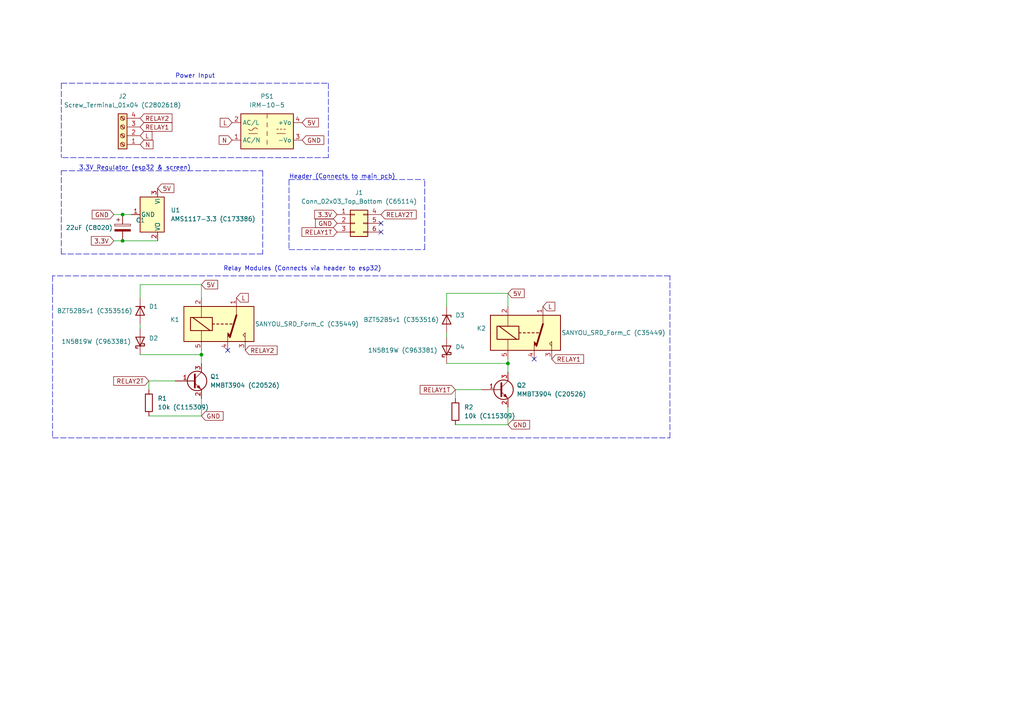
<source format=kicad_sch>
(kicad_sch (version 20211123) (generator eeschema)
  (paper "A4")
  (lib_symbols
    (symbol "Connector:Screw_Terminal_01x04" (pin_names (offset 1.016) hide)
      (property "Reference" "J" (at 0 5.08 0))
      (property "Value" "Screw_Terminal_01x04" (at 0 -7.62 0))
      (symbol "Screw_Terminal_01x04_1_1"
        (rectangle (start -1.27 3.81) (end 1.27 -6.35) (stroke (width 0.254)) (fill (type background)))
        (circle (center 0 -5.08) (radius 0.635) (stroke (width 0.1524)))
        (circle (center 0 -2.54) (radius 0.635) (stroke (width 0.1524)))
        (polyline (pts (xy -0.5334 -4.7498) (xy 0.3302 -5.588)) (stroke (width 0.1524)))
        (polyline (pts (xy -0.5334 -2.2098) (xy 0.3302 -3.048)) (stroke (width 0.1524)))
        (polyline (pts (xy -0.5334 0.3302) (xy 0.3302 -0.508)) (stroke (width 0.1524)))
        (polyline (pts (xy -0.5334 2.8702) (xy 0.3302 2.032)) (stroke (width 0.1524)))
        (polyline (pts (xy -0.3556 -4.572) (xy 0.508 -5.4102)) (stroke (width 0.1524)))
        (polyline (pts (xy -0.3556 -2.032) (xy 0.508 -2.8702)) (stroke (width 0.1524)))
        (polyline (pts (xy -0.3556 0.508) (xy 0.508 -0.3302)) (stroke (width 0.1524)))
        (polyline (pts (xy -0.3556 3.048) (xy 0.508 2.2098)) (stroke (width 0.1524)))
        (circle (center 0 0) (radius 0.635) (stroke (width 0.1524)))
        (circle (center 0 2.54) (radius 0.635) (stroke (width 0.1524)))
        (pin passive line (at -5.08 2.54 0) (length 3.81) (name "Pin_1") (number "1"))
        (pin passive line (at -5.08 0 0) (length 3.81) (name "Pin_2") (number "2"))
        (pin passive line (at -5.08 -2.54 0) (length 3.81) (name "Pin_3") (number "3"))
        (pin passive line (at -5.08 -5.08 0) (length 3.81) (name "Pin_4") (number "4"))
      )
    )
    (symbol "Connector_Generic:Conn_02x03_Top_Bottom" (pin_names (offset 1.016) hide)
      (property "Reference" "J" (at 1.27 5.08 0))
      (property "Value" "Conn_02x03_Top_Bottom" (at 1.27 -5.08 0))
      (symbol "Conn_02x03_Top_Bottom_1_1"
        (rectangle (start -1.27 -2.413) (end 0 -2.667) (stroke (width 0.1524)))
        (rectangle (start -1.27 0.127) (end 0 -0.127) (stroke (width 0.1524)))
        (rectangle (start -1.27 2.667) (end 0 2.413) (stroke (width 0.1524)))
        (rectangle (start -1.27 3.81) (end 3.81 -3.81) (stroke (width 0.254)) (fill (type background)))
        (rectangle (start 3.81 -2.413) (end 2.54 -2.667) (stroke (width 0.1524)))
        (rectangle (start 3.81 0.127) (end 2.54 -0.127) (stroke (width 0.1524)))
        (rectangle (start 3.81 2.667) (end 2.54 2.413) (stroke (width 0.1524)))
        (pin passive line (at -5.08 2.54 0) (length 3.81) (name "Pin_1") (number "1"))
        (pin passive line (at -5.08 0 0) (length 3.81) (name "Pin_2") (number "2"))
        (pin passive line (at -5.08 -2.54 0) (length 3.81) (name "Pin_3") (number "3"))
        (pin passive line (at 7.62 2.54 180) (length 3.81) (name "Pin_4") (number "4"))
        (pin passive line (at 7.62 0 180) (length 3.81) (name "Pin_5") (number "5"))
        (pin passive line (at 7.62 -2.54 180) (length 3.81) (name "Pin_6") (number "6"))
      )
    )
    (symbol "Converter_ACDC:IRM-10-5"
      (property "Reference" "PS" (at 0 6.35 0))
      (property "Value" "IRM-10-5" (at 0 -6.35 0))
      (symbol "IRM-10-5_0_1"
        (rectangle (start -7.62 5.08) (end 7.62 -5.08) (stroke (width 0.254)) (fill (type background)))
        (arc (start -5.334 0.635) (mid -4.699 0.2495) (end -4.064 0.635))
        (arc (start -2.794 0.635) (mid -3.429 1.0072) (end -4.064 0.635))
        (polyline (pts (xy -5.334 -0.635) (xy -2.794 -0.635)))
        (polyline (pts (xy 0 -2.54) (xy 0 -3.81)))
        (polyline (pts (xy 0 0) (xy 0 -1.27)))
        (polyline (pts (xy 0 2.54) (xy 0 1.27)))
        (polyline (pts (xy 0 5.08) (xy 0 3.81)))
        (polyline (pts (xy 2.794 -0.635) (xy 5.334 -0.635)))
        (polyline (pts (xy 2.794 0.635) (xy 3.302 0.635)))
        (polyline (pts (xy 3.81 0.635) (xy 4.318 0.635)))
        (polyline (pts (xy 4.826 0.635) (xy 5.334 0.635)))
      )
      (symbol "IRM-10-5_1_1"
        (pin power_in line (at -10.16 -2.54 0) (length 2.54) (name "AC/N") (number "1"))
        (pin power_in line (at -10.16 2.54 0) (length 2.54) (name "AC/L") (number "2"))
        (pin power_out line (at 10.16 -2.54 180) (length 2.54) (name "-Vo") (number "3"))
        (pin power_out line (at 10.16 2.54 180) (length 2.54) (name "+Vo") (number "4"))
      )
    )
    (symbol "Device:C_Polarized" (pin_numbers hide) (pin_names (offset 0.254))
      (property "Reference" "C" (at 0.635 2.54 0))
      (property "Value" "C_Polarized" (at 0.635 -2.54 0))
      (symbol "C_Polarized_0_1"
        (rectangle (start -2.286 0.508) (end 2.286 1.016))
        (polyline (pts (xy -1.778 2.286) (xy -0.762 2.286)))
        (polyline (pts (xy -1.27 2.794) (xy -1.27 1.778)))
        (rectangle (start 2.286 -0.508) (end -2.286 -1.016) (fill (type outline)))
      )
      (symbol "C_Polarized_1_1"
        (pin passive line (at 0 3.81 270) (length 2.794) (name "~") (number "1"))
        (pin passive line (at 0 -3.81 90) (length 2.794) (name "~") (number "2"))
      )
    )
    (symbol "Device:R" (pin_numbers hide) (pin_names (offset 0))
      (property "Reference" "R" (at 2.032 0 90))
      (property "Value" "R" (at 0 0 90))
      (symbol "R_0_1"
        (rectangle (start -1.016 -2.54) (end 1.016 2.54) (stroke (width 0.254)))
      )
      (symbol "R_1_1"
        (pin passive line (at 0 3.81 270) (length 1.27) (name "~") (number "1"))
        (pin passive line (at 0 -3.81 90) (length 1.27) (name "~") (number "2"))
      )
    )
    (symbol "Diode:1N5819" (pin_numbers hide) (pin_names (offset 1.016) hide)
      (property "Reference" "D" (at 0 2.54 0))
      (property "Value" "1N5819" (at 0 -2.54 0))
      (symbol "1N5819_0_1"
        (polyline (pts (xy 1.27 0) (xy -1.27 0)))
        (polyline (pts (xy 1.27 1.27) (xy 1.27 -1.27) (xy -1.27 0) (xy 1.27 1.27)) (stroke (width 0.254)))
        (polyline (pts (xy -1.905 0.635) (xy -1.905 1.27) (xy -1.27 1.27) (xy -1.27 -1.27) (xy -0.635 -1.27) (xy -0.635 -0.635)) (stroke (width 0.254)))
      )
      (symbol "1N5819_1_1"
        (pin passive line (at -3.81 0 0) (length 2.54) (name "K") (number "1"))
        (pin passive line (at 3.81 0 180) (length 2.54) (name "A") (number "2"))
      )
    )
    (symbol "Diode:BZT52Bxx" (pin_numbers hide) (pin_names hide)
      (property "Reference" "D" (at 0 2.54 0))
      (property "Value" "BZT52Bxx" (at 0 -2.54 0))
      (symbol "BZT52Bxx_0_1"
        (polyline (pts (xy 1.27 0) (xy -1.27 0)))
        (polyline (pts (xy -1.27 -1.27) (xy -1.27 1.27) (xy -0.762 1.27)) (stroke (width 0.254)))
        (polyline (pts (xy 1.27 -1.27) (xy 1.27 1.27) (xy -1.27 0) (xy 1.27 -1.27)) (stroke (width 0.254)))
      )
      (symbol "BZT52Bxx_1_1"
        (pin passive line (at -3.81 0 0) (length 2.54) (name "K") (number "1"))
        (pin passive line (at 3.81 0 180) (length 2.54) (name "A") (number "2"))
      )
    )
    (symbol "Regulator_Linear:AMS1117-3.3" (pin_names (offset 0.254))
      (property "Reference" "U" (at -3.81 3.175 0))
      (property "Value" "AMS1117-3.3" (at 0 3.175 0))
      (symbol "AMS1117-3.3_0_1"
        (rectangle (start -5.08 -5.08) (end 5.08 1.905) (stroke (width 0.254)) (fill (type background)))
      )
      (symbol "AMS1117-3.3_1_1"
        (pin power_in line (at 0 -7.62 90) (length 2.54) (name "GND") (number "1"))
        (pin power_out line (at 7.62 0 180) (length 2.54) (name "VO") (number "2"))
        (pin power_in line (at -7.62 0 0) (length 2.54) (name "VI") (number "3"))
      )
    )
    (symbol "Relay:SANYOU_SRD_Form_C"
      (property "Reference" "K" (at 11.43 3.81 0))
      (property "Value" "SANYOU_SRD_Form_C" (at 11.43 1.27 0))
      (symbol "SANYOU_SRD_Form_C_0_0"
        (polyline (pts (xy 7.62 5.08) (xy 7.62 2.54) (xy 6.985 3.175) (xy 7.62 3.81)))
      )
      (symbol "SANYOU_SRD_Form_C_0_1"
        (rectangle (start -10.16 5.08) (end 10.16 -5.08) (stroke (width 0.254)) (fill (type background)))
        (rectangle (start -8.255 1.905) (end -1.905 -1.905) (stroke (width 0.254)))
        (polyline (pts (xy -7.62 -1.905) (xy -2.54 1.905)) (stroke (width 0.254)))
        (polyline (pts (xy -5.08 -5.08) (xy -5.08 -1.905)))
        (polyline (pts (xy -5.08 5.08) (xy -5.08 1.905)))
        (polyline (pts (xy -1.905 0) (xy -1.27 0)) (stroke (width 0.254)))
        (polyline (pts (xy -0.635 0) (xy 0 0)) (stroke (width 0.254)))
        (polyline (pts (xy 0.635 0) (xy 1.27 0)) (stroke (width 0.254)))
        (polyline (pts (xy 1.905 0) (xy 2.54 0)) (stroke (width 0.254)))
        (polyline (pts (xy 3.175 0) (xy 3.81 0)) (stroke (width 0.254)))
        (polyline (pts (xy 5.08 -2.54) (xy 3.175 3.81)) (stroke (width 0.508)))
        (polyline (pts (xy 5.08 -2.54) (xy 5.08 -5.08)))
      )
      (symbol "SANYOU_SRD_Form_C_1_1"
        (polyline (pts (xy 2.54 3.81) (xy 3.175 3.175) (xy 2.54 2.54) (xy 2.54 5.08)) (fill (type outline)))
        (pin passive line (at 5.08 -7.62 90) (length 2.54) (name "~") (number "1"))
        (pin passive line (at -5.08 -7.62 90) (length 2.54) (name "~") (number "2"))
        (pin passive line (at 7.62 7.62 270) (length 2.54) (name "~") (number "3"))
        (pin passive line (at 2.54 7.62 270) (length 2.54) (name "~") (number "4"))
        (pin passive line (at -5.08 7.62 270) (length 2.54) (name "~") (number "5"))
      )
    )
    (symbol "Transistor_BJT:MMBT3904" (pin_names (offset 0) hide)
      (property "Reference" "Q" (at 5.08 1.905 0))
      (property "Value" "MMBT3904" (at 5.08 0 0))
      (symbol "MMBT3904_0_1"
        (polyline (pts (xy 0.635 0.635) (xy 2.54 2.54)))
        (polyline (pts (xy 0.635 -0.635) (xy 2.54 -2.54) (xy 2.54 -2.54)))
        (polyline (pts (xy 0.635 1.905) (xy 0.635 -1.905) (xy 0.635 -1.905)) (stroke (width 0.508)))
        (polyline (pts (xy 1.27 -1.778) (xy 1.778 -1.27) (xy 2.286 -2.286) (xy 1.27 -1.778) (xy 1.27 -1.778)) (fill (type outline)))
        (circle (center 1.27 0) (radius 2.8194) (stroke (width 0.254)))
      )
      (symbol "MMBT3904_1_1"
        (pin input line (at -5.08 0 0) (length 5.715) (name "B") (number "1"))
        (pin passive line (at 2.54 -5.08 90) (length 2.54) (name "E") (number "2"))
        (pin passive line (at 2.54 5.08 270) (length 2.54) (name "C") (number "3"))
      )
    )
  )
  (junction (at 35.56 69.85))
  (junction (at 147.32 105.41))
  (junction (at 58.42 102.87))
  (junction (at 35.56 62.23))
  (no_connect (at 110.49 67.31))
  (no_connect (at 154.94 104.14))
  (no_connect (at 66.04 101.6))
  (no_connect (at 110.49 64.77))
  (wire (pts (xy 40.64 86.36) (xy 40.64 82.55)))
  (polyline (pts (xy 83.82 72.39) (xy 123.19 72.39)))
  (wire (pts (xy 35.56 69.85) (xy 45.72 69.85)))
  (polyline (pts (xy 17.78 49.53) (xy 76.2 49.53)))
  (wire (pts (xy 147.32 105.41) (xy 147.32 104.14)))
  (wire (pts (xy 132.08 113.03) (xy 132.08 115.57)))
  (polyline (pts (xy 83.82 52.07) (xy 123.19 52.07)))
  (wire (pts (xy 58.42 102.87) (xy 58.42 101.6)))
  (wire (pts (xy 129.54 88.9) (xy 129.54 85.09)))
  (wire (pts (xy 147.32 118.11) (xy 147.32 123.19)))
  (wire (pts (xy 33.02 62.23) (xy 35.56 62.23)))
  (polyline (pts (xy 17.78 24.13) (xy 17.78 45.72)))
  (polyline (pts (xy 76.2 49.53) (xy 76.2 73.66)))
  (polyline (pts (xy 123.19 72.39) (xy 123.19 52.07)))
  (wire (pts (xy 58.42 82.55) (xy 58.42 86.36)))
  (wire (pts (xy 58.42 105.41) (xy 58.42 102.87)))
  (wire (pts (xy 139.7 113.03) (xy 132.08 113.03)))
  (wire (pts (xy 40.64 82.55) (xy 58.42 82.55)))
  (polyline (pts (xy 15.24 80.01) (xy 15.24 83.82)))
  (polyline (pts (xy 15.24 127) (xy 194.31 127)))
  (wire (pts (xy 147.32 107.95) (xy 147.32 105.41)))
  (polyline (pts (xy 17.78 24.13) (xy 95.25 24.13)))
  (wire (pts (xy 40.64 102.87) (xy 58.42 102.87)))
  (wire (pts (xy 129.54 105.41) (xy 147.32 105.41)))
  (wire (pts (xy 43.18 120.65) (xy 58.42 120.65)))
  (wire (pts (xy 129.54 85.09) (xy 147.32 85.09)))
  (polyline (pts (xy 17.78 73.66) (xy 17.78 49.53)))
  (wire (pts (xy 132.08 123.19) (xy 147.32 123.19)))
  (wire (pts (xy 33.02 69.85) (xy 35.56 69.85)))
  (polyline (pts (xy 95.25 45.72) (xy 17.78 45.72)))
  (polyline (pts (xy 76.2 73.66) (xy 17.78 73.66)))
  (polyline (pts (xy 194.31 127) (xy 194.31 80.01)))
  (wire (pts (xy 50.8 110.49) (xy 43.18 110.49)))
  (polyline (pts (xy 15.24 83.82) (xy 15.24 127)))
  (polyline (pts (xy 95.25 24.13) (xy 95.25 45.72)))
  (wire (pts (xy 58.42 115.57) (xy 58.42 120.65)))
  (wire (pts (xy 35.56 62.23) (xy 38.1 62.23)))
  (wire (pts (xy 40.64 93.98) (xy 40.64 95.25)))
  (polyline (pts (xy 83.82 52.07) (xy 83.82 72.39)))
  (wire (pts (xy 147.32 85.09) (xy 147.32 88.9)))
  (wire (pts (xy 43.18 110.49) (xy 43.18 113.03)))
  (polyline (pts (xy 194.31 80.01) (xy 15.24 80.01)))
  (wire (pts (xy 129.54 96.52) (xy 129.54 97.79)))
  (text "Power Input" (at 50.8 22.86 0) (effects (font (size 1.27 1.27)) (justify left bottom)))
  (text "Header (Connects to main pcb)" (at 83.82 52.07 0) (effects (font (size 1.27 1.27)) (justify left bottom)))
  (text "Relay Modules (Connects via header to esp32)" (at 64.77 78.74 0) (effects (font (size 1.27 1.27)) (justify left bottom)))
  (text "3.3V Regulator (esp32 & screen)" (at 22.86 49.53 0) (effects (font (size 1.27 1.27)) (justify left bottom)))
  (global_label "L" (shape input) (at 157.48 88.9 0) (property "Intersheet References" "${INTERSHEET_REFS}" (effects hide)))
  (global_label "3.3V" (shape input) (at 33.02 69.85 180) (property "Intersheet References" "${INTERSHEET_REFS}" (effects hide)))
  (global_label "L" (shape input) (at 67.31 35.56 180) (property "Intersheet References" "${INTERSHEET_REFS}" (effects hide)))
  (global_label "RELAY1T" (shape input) (at 97.79 67.31 180) (property "Intersheet References" "${INTERSHEET_REFS}" (effects hide)))
  (global_label "5V" (shape input) (at 87.63 35.56 0) (property "Intersheet References" "${INTERSHEET_REFS}" (effects hide)))
  (global_label "RELAY2" (shape input) (at 40.64 34.29 0) (property "Intersheet References" "${INTERSHEET_REFS}" (effects hide)))
  (global_label "GND" (shape input) (at 147.32 123.19 0) (property "Intersheet References" "${INTERSHEET_REFS}" (effects hide)))
  (global_label "5V" (shape input) (at 45.72 54.61 0) (property "Intersheet References" "${INTERSHEET_REFS}" (effects hide)))
  (global_label "3.3V" (shape input) (at 97.79 62.23 180) (property "Intersheet References" "${INTERSHEET_REFS}" (effects hide)))
  (global_label "RELAY1" (shape input) (at 160.02 104.14 0) (property "Intersheet References" "${INTERSHEET_REFS}" (effects hide)))
  (global_label "GND" (shape input) (at 97.79 64.77 180) (property "Intersheet References" "${INTERSHEET_REFS}" (effects hide)))
  (global_label "5V" (shape input) (at 58.42 82.55 0) (property "Intersheet References" "${INTERSHEET_REFS}" (effects hide)))
  (global_label "RELAY1T" (shape input) (at 132.08 113.03 180) (property "Intersheet References" "${INTERSHEET_REFS}" (effects hide)))
  (global_label "N" (shape input) (at 67.31 40.64 180) (property "Intersheet References" "${INTERSHEET_REFS}" (effects hide)))
  (global_label "RELAY2T" (shape input) (at 43.18 110.49 180) (property "Intersheet References" "${INTERSHEET_REFS}" (effects hide)))
  (global_label "GND" (shape input) (at 87.63 40.64 0) (property "Intersheet References" "${INTERSHEET_REFS}" (effects hide)))
  (global_label "L" (shape input) (at 68.58 86.36 0) (property "Intersheet References" "${INTERSHEET_REFS}" (effects hide)))
  (global_label "5V" (shape input) (at 147.32 85.09 0) (property "Intersheet References" "${INTERSHEET_REFS}" (effects hide)))
  (global_label "GND" (shape input) (at 33.02 62.23 180) (property "Intersheet References" "${INTERSHEET_REFS}" (effects hide)))
  (global_label "N" (shape input) (at 40.64 41.91 0) (property "Intersheet References" "${INTERSHEET_REFS}" (effects hide)))
  (global_label "RELAY2T" (shape input) (at 110.49 62.23 0) (property "Intersheet References" "${INTERSHEET_REFS}" (effects hide)))
  (global_label "RELAY2" (shape input) (at 71.12 101.6 0) (property "Intersheet References" "${INTERSHEET_REFS}" (effects hide)))
  (global_label "L" (shape input) (at 40.64 39.37 0) (property "Intersheet References" "${INTERSHEET_REFS}" (effects hide)))
  (global_label "GND" (shape input) (at 58.42 120.65 0) (property "Intersheet References" "${INTERSHEET_REFS}" (effects hide)))
  (global_label "RELAY1" (shape input) (at 40.64 36.83 0) (property "Intersheet References" "${INTERSHEET_REFS}" (effects hide)))
  (symbol (lib_id "Transistor_BJT:MMBT3904") (at 55.88 110.49 0) (unit 1)
    (property "Reference" "Q1" (at 60.96 109.2199 0) (effects (justify left)))
    (property "Value" "MMBT3904 (C20526)" (at 60.96 111.7599 0) (effects (justify left)))
    (property "Footprint" "Package_TO_SOT_SMD:SOT-23" (effects hide))
    (property "Datasheet" "https://www.onsemi.com/pub/Collateral/2N3903-D.PDF" (effects hide))
  )
  (symbol (lib_id "Regulator_Linear:AMS1117-3.3") (at 45.72 62.23 270) (unit 1)
    (property "Reference" "U1" (at 49.53 60.9599 90) (effects (justify left)))
    (property "Value" "AMS1117-3.3 (C173386)" (at 49.53 63.4999 90) (effects (justify left)))
    (property "Footprint" "Package_TO_SOT_SMD:SOT-223-3_TabPin2" (effects hide))
    (property "Datasheet" "http://www.advanced-monolithic.com/pdf/ds1117.pdf" (effects hide))
  )
  (symbol (lib_id "Device:R") (at 132.08 119.38 0) (unit 1)
    (property "Reference" "R2" (at 134.62 118.1099 0) (effects (justify left)))
    (property "Value" "10k (C115309)" (at 134.62 120.6499 0) (effects (justify left)))
    (property "Footprint" "Resistor_SMD:R_0805_2012Metric" (effects hide))
  )
  (symbol (lib_id "Connector:Screw_Terminal_01x04") (at 35.56 39.37 180) (unit 1)
    (property "Reference" "J2" (at 35.56 27.94 0))
    (property "Value" "Screw_Terminal_01x04 (C2802618)" (at 35.56 30.48 0))
    (property "Footprint" "TerminalBlock_Phoenix:TerminalBlock_Phoenix_MKDS-1,5-4_1x04_P5.00mm_Horizontal" (effects hide))
  )
  (symbol (lib_id "Converter_ACDC:IRM-10-5") (at 77.47 38.1 0) (unit 1)
    (property "Reference" "PS1" (at 77.47 27.94 0))
    (property "Value" "IRM-10-5" (at 77.47 30.48 0))
    (property "Footprint" "Converter_ACDC:Converter_ACDC_MeanWell_IRM-10-xx_THT" (effects hide))
    (property "Datasheet" "https://www.meanwell.com/Upload/PDF/IRM-10/IRM-10-SPEC.PDF" (effects hide))
  )
  (symbol (lib_id "Device:R") (at 43.18 116.84 0) (unit 1)
    (property "Reference" "R1" (at 45.72 115.5699 0) (effects (justify left)))
    (property "Value" "10k (C115309)" (at 45.72 118.1099 0) (effects (justify left)))
    (property "Footprint" "Resistor_SMD:R_0805_2012Metric" (effects hide))
  )
  (symbol (lib_id "Diode:1N5819") (at 40.64 99.06 90) (unit 1)
    (property "Reference" "D2" (at 43.18 98.1074 90) (effects (justify right)))
    (property "Value" "1N5819W (C963381)" (at 17.78 99.06 90) (effects (justify right)))
    (property "Footprint" "Diode_SMD:D_SOD-123" (effects hide))
    (property "Datasheet" "http://www.vishay.com/docs/88525/1n5817.pdf" (effects hide))
  )
  (symbol (lib_id "Relay:SANYOU_SRD_Form_C") (at 63.5 93.98 0) (mirror x) (unit 1)
    (property "Reference" "K1" (at 52.07 92.7099 0) (effects (justify right)))
    (property "Value" "SANYOU_SRD_Form_C (C35449)" (at 104.14 93.98 0) (effects (justify right)))
    (property "Footprint" "Relay_THT:Relay_SPDT_SANYOU_SRD_Series_Form_C" (effects hide))
    (property "Datasheet" "http://www.sanyourelay.ca/public/products/pdf/SRD.pdf" (effects hide))
  )
  (symbol (lib_id "Relay:SANYOU_SRD_Form_C") (at 152.4 96.52 0) (mirror x) (unit 1)
    (property "Reference" "K2" (at 140.97 95.2499 0) (effects (justify right)))
    (property "Value" "SANYOU_SRD_Form_C (C35449)" (at 193.04 96.52 0) (effects (justify right)))
    (property "Footprint" "Relay_THT:Relay_SPDT_SANYOU_SRD_Series_Form_C" (effects hide))
    (property "Datasheet" "http://www.sanyourelay.ca/public/products/pdf/SRD.pdf" (effects hide))
  )
  (symbol (lib_id "Diode:1N5819") (at 129.54 101.6 90) (unit 1)
    (property "Reference" "D4" (at 132.08 100.6474 90) (effects (justify right)))
    (property "Value" "1N5819W (C963381)" (at 106.68 101.6 90) (effects (justify right)))
    (property "Footprint" "Diode_SMD:D_SOD-123" (effects hide))
    (property "Datasheet" "http://www.vishay.com/docs/88525/1n5817.pdf" (effects hide))
  )
  (symbol (lib_id "Connector_Generic:Conn_02x03_Top_Bottom") (at 102.87 64.77 0) (unit 1)
    (property "Reference" "J1" (at 104.14 55.88 0))
    (property "Value" "Conn_02x03_Top_Bottom (C65114)" (at 104.14 58.42 0))
    (property "Footprint" "Connector_PinHeader_2.54mm:PinHeader_2x03_P2.54mm_Vertical" (effects hide))
  )
  (symbol (lib_id "Diode:BZT52Bxx") (at 40.64 90.17 270) (unit 1)
    (property "Reference" "D1" (at 43.18 88.8999 90) (effects (justify left)))
    (property "Value" "BZT52B5v1 (C353516)" (at 16.51 90.17 90) (effects (justify left)))
    (property "Footprint" "Diode_SMD:D_SOD-123" (effects hide))
    (property "Datasheet" "https://diotec.com/tl_files/diotec/files/pdf/datasheets/bzt52b2v4.pdf" (effects hide))
  )
  (symbol (lib_id "Device:C_Polarized") (at 35.56 66.04 0) (unit 1)
    (property "Reference" "C1" (at 39.37 63.8809 0) (effects (justify left)))
    (property "Value" "22uF (C8020)" (at 19.05 66.04 0) (effects (justify left)))
    (property "Footprint" "Capacitor_Tantalum_SMD:CP_EIA-3528-21_Kemet-B" (effects hide))
  )
  (symbol (lib_id "Diode:BZT52Bxx") (at 129.54 92.71 270) (unit 1)
    (property "Reference" "D3" (at 132.08 91.4399 90) (effects (justify left)))
    (property "Value" "BZT52B5v1 (C353516)" (at 105.41 92.71 90) (effects (justify left)))
    (property "Footprint" "Diode_SMD:D_SOD-123" (effects hide))
    (property "Datasheet" "https://diotec.com/tl_files/diotec/files/pdf/datasheets/bzt52b2v4.pdf" (effects hide))
  )
  (symbol (lib_id "Transistor_BJT:MMBT3904") (at 144.78 113.03 0) (unit 1)
    (property "Reference" "Q2" (at 149.86 111.7599 0) (effects (justify left)))
    (property "Value" "MMBT3904 (C20526)" (at 149.86 114.2999 0) (effects (justify left)))
    (property "Footprint" "Package_TO_SOT_SMD:SOT-23" (effects hide))
    (property "Datasheet" "https://www.onsemi.com/pub/Collateral/2N3903-D.PDF" (effects hide))
  )
)
</source>
